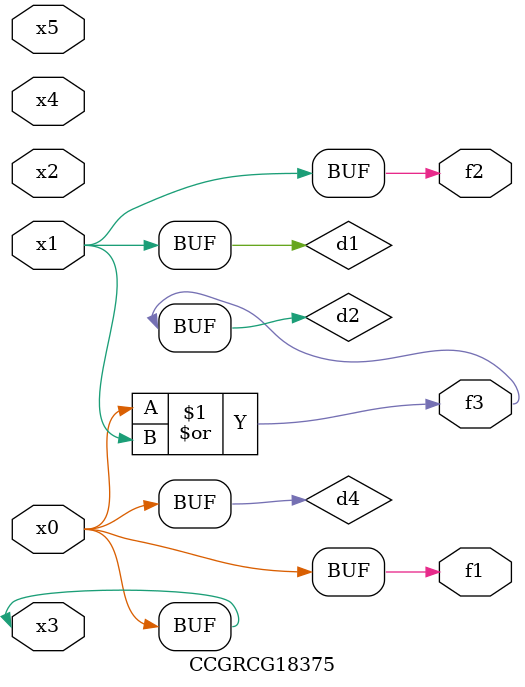
<source format=v>
module CCGRCG18375(
	input x0, x1, x2, x3, x4, x5,
	output f1, f2, f3
);

	wire d1, d2, d3, d4;

	and (d1, x1);
	or (d2, x0, x1);
	nand (d3, x0, x5);
	buf (d4, x0, x3);
	assign f1 = d4;
	assign f2 = d1;
	assign f3 = d2;
endmodule

</source>
